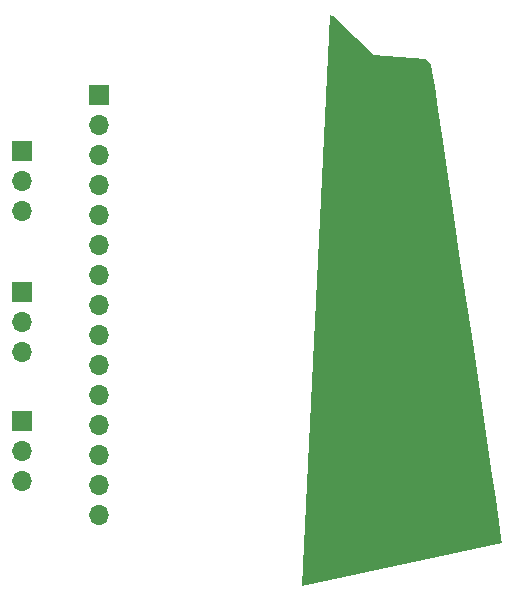
<source format=gts>
G04 #@! TF.GenerationSoftware,KiCad,Pcbnew,(5.0.0-3-g5ebb6b6)*
G04 #@! TF.CreationDate,2018-08-30T21:54:11-04:00*
G04 #@! TF.ProjectId,PCB,5043422E6B696361645F706362000000,rev?*
G04 #@! TF.SameCoordinates,Original*
G04 #@! TF.FileFunction,Soldermask,Top*
G04 #@! TF.FilePolarity,Negative*
%FSLAX46Y46*%
G04 Gerber Fmt 4.6, Leading zero omitted, Abs format (unit mm)*
G04 Created by KiCad (PCBNEW (5.0.0-3-g5ebb6b6)) date Thursday, August 30, 2018 at 09:54:11 PM*
%MOMM*%
%LPD*%
G01*
G04 APERTURE LIST*
%ADD10C,0.100000*%
%ADD11O,1.700000X1.700000*%
%ADD12R,1.700000X1.700000*%
G04 APERTURE END LIST*
D10*
G04 #@! TO.C,svg2mod*
G36*
X91048061Y-101162441D02*
X88762962Y-101008266D01*
X86643052Y-100854090D01*
X85145348Y-99361894D01*
X83383345Y-97638434D01*
X82942844Y-97418184D01*
X80564140Y-145785179D01*
X97523424Y-142129022D01*
X97456628Y-141677293D01*
X97267813Y-140400400D01*
X96974336Y-138415780D01*
X96593554Y-135840872D01*
X96142825Y-132793113D01*
X95639508Y-129389943D01*
X95100959Y-125748799D01*
X94544536Y-121987119D01*
X93987597Y-118222343D01*
X93447499Y-114571907D01*
X92941601Y-111153250D01*
X92487259Y-108083811D01*
X92101831Y-105481027D01*
X91802676Y-103462337D01*
X91607150Y-102145179D01*
X91532611Y-101646992D01*
X91048061Y-101162441D01*
X91048061Y-101162441D01*
G37*
G04 #@! TD*
D11*
G04 #@! TO.C,U1*
X87954000Y-139796000D03*
X87954000Y-137256000D03*
X87954000Y-134716000D03*
X87954000Y-132176000D03*
X87954000Y-129636000D03*
X87954000Y-127096000D03*
X87954000Y-124556000D03*
X87954000Y-122016000D03*
X87954000Y-119476000D03*
X87954000Y-116936000D03*
X87954000Y-114396000D03*
X87954000Y-111856000D03*
X87954000Y-109316000D03*
X87954000Y-106776000D03*
D12*
X87954000Y-104236000D03*
D11*
X63354000Y-137256000D03*
X63354000Y-134716000D03*
X63354000Y-132176000D03*
X63354000Y-129636000D03*
X63354000Y-127096000D03*
X63354000Y-109316000D03*
X63354000Y-106776000D03*
D12*
X63354000Y-104236000D03*
D11*
X63354000Y-114396000D03*
X63354000Y-111856000D03*
X63354000Y-139796000D03*
X63354000Y-124556000D03*
X63354000Y-122016000D03*
X63354000Y-119476000D03*
X63354000Y-116936000D03*
G04 #@! TD*
G04 #@! TO.C,J1*
X56896000Y-114046000D03*
X56896000Y-111506000D03*
D12*
X56896000Y-108966000D03*
G04 #@! TD*
D11*
G04 #@! TO.C,J2*
X56896000Y-125984000D03*
X56896000Y-123444000D03*
D12*
X56896000Y-120904000D03*
G04 #@! TD*
G04 #@! TO.C,J3*
X56896000Y-131826000D03*
D11*
X56896000Y-134366000D03*
X56896000Y-136906000D03*
G04 #@! TD*
D12*
G04 #@! TO.C,J4*
X92964000Y-133096000D03*
D11*
X92964000Y-135636000D03*
X92964000Y-138176000D03*
G04 #@! TD*
M02*

</source>
